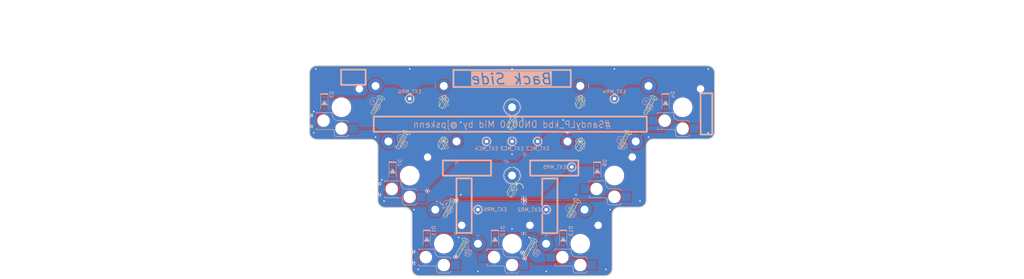
<source format=kicad_pcb>
(kicad_pcb (version 20240108) (generator "pcbnew") (generator_version "8.0")
  (title_block (title "Sandy") (date "2023-01-06") (rev "v.0") (company "@jpskenn"))
  (layers (0 "F.Cu" signal) (31 "B.Cu" signal) (34 "B.Paste" user) (35 "F.Paste" user) (36 "B.SilkS" user "B.Silkscreen") (37 "F.SilkS" user "F.Silkscreen") (38 "B.Mask" user) (39 "F.Mask" user) (44 "Edge.Cuts" user))
  (net 0 "")
  (net 1 "Net-(D3-A)")
  (net 2 "Net-(D4-A)")
  (net 3 "Mid_row1")
  (net 4 "Mid_row6")
  (net 5 "Mid_row2")
  (net 6 "Mid_row4")
  (net 7 "Mid_col2")
  (net 8 "Mid_col3")
  (net 9 "Mid_col4")
  (net 10 "Net-(D7-A)")
  (net 11 "Net-(D9-A)")
  (net 12 "Net-(D11-A)")
  (net 13 "Net-(D12-A)")
  (net 14 "Net-(D13-A)")
  (net 15 "Mid_row0")
  (net 16 "Mid_row5")
  (net 17 "GND")
  (footprint "locallib:ICON_Spacer" (layer "F.Cu") (at 144.658435 62.25028)
    (property "Reference" "REF**")
    (property "Value" "ICON_Spacer")
  )
  (footprint "locallib:MountingHole_1.8-2.2mm_M2_Pad_minimal" (layer "F.Cu") (at 202.033435 43.672155)
    (property "Reference" "H2" (hide yes))
    (property "Value" "MountingHole")
    (pad "1" thru_hole circle (at 0 0) (size 3.6 3.6) (drill 2.2) (layers "*.Cu" "*.Mask") (net 6 "Mid_row4"))
    (pad "1" smd circle (at 0 0) (size 4.4 4.4) (layers "B.Cu" "B.Mask") (net 6 "Mid_row4"))
  )
  (footprint "locallib:ICON_Screw_Long_Medium" (layer "F.Cu") (at 149.409345 92.387032)
    (property "Reference" "REF**")
    (property "Value" "ICON_Screw_Long_Medium")
  )
  (footprint "locallib:MountingHole_1.8-2.2mm_M2_Pad_minimal" (layer "F.Cu") (at 198.46156 59.15028)
    (property "Reference" "H4" (hide yes))
    (property "Value" "MountingHole")
    (pad "1" thru_hole circle (at 0 0) (size 3.6 3.6) (drill 2.2) (layers "*.Cu" "*.Mask") (net 17 "GND"))
    (pad "1" smd circle (at 0 0) (size 4.4 4.4) (layers "B.Cu" "B.Mask") (net 17 "GND"))
  )
  (footprint "locallib:ICON_Spacer" (layer "F.Cu") (at 182.983435 62.722155)
    (property "Reference" "REF**")
    (property "Value" "ICON_Spacer")
  )
  (footprint "locallib:Kailh_socket_ChocV2_narrow_#2pad" (layer "F.Cu") (at 182.983435 87.72528)
    (property "Reference" "SW_R4CNT_R1")
    (property "Value" "SW_Push")
    (pad "" np_thru_hole circle (at -5 3.75) (size 3 3) (drill 3) (layers "*.Cu" "*.Mask"))
    (pad "" np_thru_hole circle (at 0 0) (size 5 5) (drill 5) (layers "*.Cu" "*.Mask"))
    (pad "" np_thru_hole circle (at 0 5.95) (size 3 3) (drill 3) (layers "*.Cu" "*.Mask"))
    (pad "" np_thru_hole circle (at 5 -5.15) (size 1.6 1.6) (drill 1.6) (layers "F&B.Cu" "*.Mask"))
    (pad "1" smd rect (at 3.275 5.95) (size 2.6 2.6) (layers "B.Cu" "B.Paste" "B.Mask") (net 9 "Mid_col4"))
    (pad "2" smd rect (at -8.275 3.85) (size 2.6 2.4) (layers "B.Cu" "B.Paste" "B.Mask") (net 14 "Net-(D13-A)"))
  )
  (footprint "locallib:MountingHole_1.8-2.2mm_M2_Pad_minimal" (layer "F.Cu") (at 184.17406 78.20028)
    (property "Reference" "H6" (hide yes))
    (property "Value" "MountingHole")
    (pad "1" thru_hole circle (at 0 0) (size 3.6 3.6) (drill 2.2) (layers "*.Cu" "*.Mask") (net 3 "Mid_row1"))
    (pad "1" smd circle (at 0 0) (size 4.4 4.4) (layers "B.Cu" "B.Mask") (net 3 "Mid_row1"))
  )
  (footprint "locallib:SandyLP_outline_Mid" (layer "F.Cu") (at 163.933435 59.15028)
    (property "Reference" "Cutout1" (hide yes))
    (property "Value" "60_Outline" (hide yes))
    (fp_line (start -56.535 -2.55004) (end -56.535 -19.13129) (stroke (width 0.3)) (layer "Edge.Cuts"))
    (fp_line (start -54.535 -0.55004) (end -39.475 -0.55004) (stroke (width 0.3)) (layer "Edge.Cuts"))
    (fp_line (start -37.475 16.44996) (end -37.475 1.44996) (stroke (width 0.3)) (layer "Edge.Cuts"))
    (fp_line (start -35.475 18.44996) (end -29.95 18.44996) (stroke (width 0.3)) (layer "Edge.Cuts"))
    (fp_line (start -27.95 35.52496) (end -27.95 20.44996) (stroke (width 0.3)) (layer "Edge.Cuts"))
    (fp_line (start -25.95 37.52496) (end 25.975 37.520746) (stroke (width 0.3)) (layer "Edge.Cuts"))
    (fp_line (start 27.975 35.520746) (end 27.975 20.389174) (stroke (width 0.3)) (layer "Edge.Cuts"))
    (fp_line (start 29.975 18.389174) (end 35.475 18.379174) (stroke (width 0.3)) (layer "Edge.Cuts"))
    (fp_line (start 37.475 16.379174) (end 37.475 1.371532) (stroke (width 0.3)) (layer "Edge.Cuts"))
    (fp_line (start 39.475 -0.628468) (end 54.555 -0.638468) (stroke (width 0.3)) (layer "Edge.Cuts"))
    (fp_line (start 54.555 -21.13129) (end -54.535 -21.13129) (stroke (width 0.3)) (layer "Edge.Cuts"))
    (fp_line (start 56.555 -2.638468) (end 56.555 -19.13129) (stroke (width 0.3)) (layer "Edge.Cuts"))
    (fp_arc (start -56.535 -19.13129) (mid -55.949214 -20.545504) (end -54.535 -21.13129) (stroke (width 0.3)) (layer "Edge.Cuts"))
    (fp_arc (start -54.535 -0.55004) (mid -55.949214 -1.135826) (end -56.535 -2.55004) (stroke (width 0.3)) (layer "Edge.Cuts"))
    (fp_arc (start -39.475 -0.55004) (mid -38.060786 0.035746) (end -37.475 1.44996) (stroke (width 0.3)) (layer "Edge.Cuts"))
    (fp_arc (start -35.475 18.44996) (mid -36.889214 17.864174) (end -37.475 16.44996) (stroke (width 0.3)) (layer "Edge.Cuts"))
    (fp_arc (start -29.95 18.44996) (mid -28.535786 19.035746) (end -27.95 20.44996) (stroke (width 0.3)) (layer "Edge.Cuts"))
    (fp_arc (start -25.95 37.52496) (mid -27.364214 36.939174) (end -27.95 35.52496) (stroke (width 0.3)) (layer "Edge.Cuts"))
    (fp_arc (start 27.975 20.389174) (mid 28.560766 18.974948) (end 29.975 18.389174) (stroke (width 0.3)) (layer "Edge.Cuts"))
    (fp_arc (start 27.975 35.520746) (mid 27.389211 36.934956) (end 25.975 37.520746) (stroke (width 0.3)) (layer "Edge.Cuts"))
    (fp_arc (start 37.475 1.371532) (mid 38.060786 -0.042683) (end 39.475 -0.628468) (stroke (width 0.3)) (layer "Edge.Cuts"))
    (fp_arc (start 37.475 16.379174) (mid 36.889193 17.793375) (end 35.475 18.379174) (stroke (width 0.3)) (layer "Edge.Cuts"))
    (fp_arc (start 54.555 -21.13129) (mid 55.96921 -20.545503) (end 56.555 -19.13129) (stroke (width 0.3)) (layer "Edge.Cuts"))
    (fp_arc (start 56.555 -2.638468) (mid 55.969219 -1.22425) (end 54.555 -0.638468) (stroke (width 0.3)) (layer "Edge.Cuts"))
  )
  (footprint "locallib:Kailh_socket_ChocV2" (layer "F.Cu") (at 211.558435 49.62528)
    (property "Reference" "SW_U1")
    (property "Value" "SW_Push")
    (pad "" np_thru_hole circle (at -5 3.75) (size 3 3) (drill 3) (layers "*.Cu" "*.Mask"))
    (pad "" np_thru_hole circle (at 0 0) (size 5 5) (drill 5) (layers "*.Cu" "*.Mask"))
    (pad "" np_thru_hole circle (at 0 5.95) (size 3 3) (drill 3) (layers "*.Cu" "*.Mask"))
    (pad "" np_thru_hole circle (at 5 -5.15) (size 1.6 1.6) (drill 1.6) (layers "F&B.Cu" "*.Mask"))
    (pad "1" smd rect (at 3.275 5.95) (size 2.6 2.6) (layers "B.Cu" "B.Paste" "B.Mask") (net 7 "Mid_col2"))
    (pad "2" smd rect (at -8.275 3.75) (size 2.6 2.6) (layers "B.Cu" "B.Paste" "B.Mask") (net 2 "Net-(D4-A)"))
  )
  (footprint "locallib:Kailh_socket_ChocV2_small_#2pad" (layer "F.Cu") (at 135.358435 68.70032)
    (property "Reference" "SW_G1")
    (property "Value" "SW_Push")
    (pad "" np_thru_hole circle (at -5 3.75) (size 3 3) (drill 3) (layers "*.Cu" "*.Mask"))
    (pad "" np_thru_hole circle (at 0 0) (size 5 5) (drill 5) (layers "*.Cu" "*.Mask"))
    (pad "" np_thru_hole circle (at 0 5.95) (size 3 3) (drill 3) (layers "*.Cu" "*.Mask"))
    (pad "" np_thru_hole circle (at 5 -5.15) (size 1.6 1.6) (drill 1.6) (layers "F&B.Cu" "*.Mask"))
    (pad "1" smd rect (at 3.275 5.95) (size 2.6 2.6) (layers "B.Cu" "B.Paste" "B.Mask") (net 7 "Mid_col2"))
    (pad "2" thru_hole circle (at -8.2 2.4) (size 0.8 0.8) (drill 0.4) (layers "*.Cu" "*.Mask") (net 10 "Net-(D7-A)"))
    (pad "2" thru_hole circle (at -8.2 5.2) (size 0.8 0.8) (drill 0.4) (layers "*.Cu" "*.Mask") (net 10 "Net-(D7-A)"))
    (pad "2" smd rect (at -7.7875 3.8) (size 1.625 3.6) (layers "B.Cu" "B.Paste" "B.Mask") (net 10 "Net-(D7-A)"))
  )
  (footprint "locallib:ICON_Spacer" (layer "F.Cu") (at 163.933435 56.76903)
    (property "Reference" "REF**")
    (property "Value" "ICON_Spacer")
  )
  (footprint "locallib:Kailh_socket_ChocV2" (layer "F.Cu") (at 192.508435 68.67528)
    (property "Reference" "SW_H1")
    (property "Value" "SW_Push")
    (pad "" np_thru_hole circle (at -5 3.75) (size 3 3) (drill 3) (layers "*.Cu" "*.Mask"))
    (pad "" np_thru_hole circle (at 0 0) (size 5 5) (drill 5) (layers "*.Cu" "*.Mask"))
    (pad "" np_thru_hole circle (at 0 5.95) (size 3 3) (drill 3) (layers "*.Cu" "*.Mask"))
    (pad "" np_thru_hole circle (at 5 -5.15) (size 1.6 1.6) (drill 1.6) (layers "F&B.Cu" "*.Mask"))
    (pad "1" smd rect (at 3.275 5.95) (size 2.6 2.6) (layers "B.Cu" "B.Paste" "B.Mask") (net 8 "Mid_col3"))
    (pad "2" smd rect (at -8.275 3.75) (size 2.6 2.6) (layers "B.Cu" "B.Paste" "B.Mask") (net 11 "Net-(D9-A)"))
  )
  (footprint "locallib:MountingHole_1.8-2.2mm_M2_Pad_minimal" (layer "F.Cu") (at 154.408435 87.72528)
    (property "Reference" "H7" (hide yes))
    (property "Value" "MountingHole")
    (pad "1" thru_hole circle (at 0 0) (size 3.6 3.6) (drill 2.2) (layers "*.Cu" "*.Mask") (net 4 "Mid_row6"))
    (pad "1" smd circle (at 0 0) (size 4.4 4.4) (layers "B.Cu" "B.Mask") (net 4 "Mid_row6"))
  )
  (footprint "locallib:MountingHole_1.8-2.2mm_M2_Pad_minimal" (layer "F.Cu") (at 142.502185 78.20028)
    (property "Reference" "H5" (hide yes))
    (property "Value" "MountingHole")
    (pad "1" thru_hole circle (at 0 0) (size 3.6 3.6) (drill 2.2) (layers "*.Cu" "*.Mask") (net 16 "Mid_row5"))
    (pad "1" smd circle (at 0 0) (size 4.4 4.4) (layers "B.Cu" "B.Mask") (net 16 "Mid_row5"))
  )
  (footprint "locallib:ICON_Spacer" (layer "F.Cu") (at 163.975682 75.549535)
    (property "Reference" "REF**")
    (property "Value" "ICON_Spacer")
  )
  (footprint "locallib:MountingHole_1.8-2.2mm_M2_Pad_minimal" (layer "F.Cu") (at 173.458435 87.72528)
    (property "Reference" "H8" (hide yes))
    (property "Value" "MountingHole")
    (pad "1" thru_hole circle (at 0 0) (size 3.6 3.6) (drill 2.2) (layers "*.Cu" "*.Mask") (net 5 "Mid_row2"))
    (pad "1" smd circle (at 0 0) (size 4.4 4.4) (layers "B.Cu" "B.Mask") (net 5 "Mid_row2"))
  )
  (footprint "locallib:ICON_Spacer" (layer "F.Cu") (at 144.883435 50.815905)
    (property "Reference" "REF**")
    (property "Value" "ICON_Spacer")
  )
  (footprint "locallib:ICON_Screw_Long_Medium" (layer "F.Cu") (at 132.889876 62.320389)
    (property "Reference" "REF**")
    (property "Value" "ICON_Screw_Long_Medium")
  )
  (footprint "locallib:Kailh_socket_ChocV2_small_#2pad" (layer "F.Cu") (at 116.308435 49.62528)
    (property "Reference" "SW_R1")
    (property "Value" "SW_Push")
    (pad "" np_thru_hole circle (at -5 3.75) (size 3 3) (drill 3) (layers "*.Cu" "*.Mask"))
    (pad "" np_thru_hole circle (at 0 0) (size 5 5) (drill 5) (layers "*.Cu" "*.Mask"))
    (pad "" np_thru_hole circle (at 0 5.95) (size 3 3) (drill 3) (layers "*.Cu" "*.Mask"))
    (pad "" np_thru_hole circle (at 5 -5.15) (size 1.6 1.6) (drill 1.6) (layers "F&B.Cu" "*.Mask"))
    (pad "1" smd rect (at 3.275 5.95) (size 2.6 2.6) (layers "B.Cu" "B.Paste" "B.Mask") (net 7 "Mid_col2"))
    (pad "2" thru_hole circle (at -8.2 2.4) (size 0.8 0.8) (drill 0.4) (layers "*.Cu" "*.Mask") (net 1 "Net-(D3-A)"))
    (pad "2" thru_hole circle (at -8.2 5.2) (size 0.8 0.8) (drill 0.4) (layers "*.Cu" "*.Mask") (net 1 "Net-(D3-A)"))
    (pad "2" smd rect (at -7.7875 3.8) (size 1.625 3.6) (layers "B.Cu" "B.Paste" "B.Mask") (net 1 "Net-(D3-A)"))
  )
  (footprint "locallib:ICON_Screw_Long_Medium" (layer "F.Cu") (at 168.409345 92.387032)
    (property "Reference" "REF**")
    (property "Value" "ICON_Screw_Long_Medium")
  )
  (footprint "locallib:ICON_Spacer" (layer "F.Cu") (at 182.983435 50.815905)
    (property "Reference" "REF**")
    (property "Value" "ICON_Spacer")
  )
  (footprint "locallib:ICON_arrow_round_small" (layer "F.Cu") (at 166.258435 52.25028)
    (property "Reference" "REF**" (hide yes))
    (property "Value" "ICON_arrow_round_small")
  )
  (footprint "locallib:MountingHole_1.8-2.2mm_M2_Pad_minimal" (layer "F.Cu") (at 125.833435 43.672155 180)
    (property "Reference" "H1" (hide yes))
    (property "Value" "MountingHole")
    (pad "1" thru_hole circle (at 0 0 180) (size 3.6 3.6) (drill 2.2) (layers "*.Cu" "*.Mask") (net 15 "Mid_row0"))
    (pad "1" smd circle (at 0 0 180) (size 4.4 4.4) (layers "B.Cu" "B.Mask") (net 15 "Mid_row0"))
  )
  (footprint "locallib:MountingHole_1.8-2.2mm_M2_Pad_minimal" (layer "F.Cu") (at 129.40531 59.15028)
    (property "Reference" "H3" (hide yes))
    (property "Value" "MountingHole")
    (pad "1" thru_hole circle (at 0 0) (size 3.6 3.6) (drill 2.2) (layers "*.Cu" "*.Mask") (net 7 "Mid_col2"))
    (pad "1" smd circle (at 0 0) (size 4.4 4.4) (layers "B.Cu" "B.Mask") (net 7 "Mid_col2"))
  )
  (footprint "locallib:ICON_Screw_Long_Medium" (layer "F.Cu") (at 125.833435 52.651574)
    (property "Reference" "REF**")
    (property "Value" "ICON_Screw_Long_Medium")
  )
  (footprint "locallib:Kailh_socket_ChocV2_small_#2pad" (layer "F.Cu") (at 144.883435 87.72528)
    (property "Reference" "SW_R4CNT_L1")
    (property "Value" "SW_Push")
    (pad "" np_thru_hole circle (at -5 3.75) (size 3 3) (drill 3) (layers "*.Cu" "*.Mask"))
    (pad "" np_thru_hole circle (at 0 0) (size 5 5) (drill 5) (layers "*.Cu" "*.Mask"))
    (pad "" np_thru_hole circle (at 0 5.95) (size 3 3) (drill 3) (layers "*.Cu" "*.Mask"))
    (pad "" np_thru_hole circle (at 5 -5.15) (size 1.6 1.6) (drill 1.6) (layers "F&B.Cu" "*.Mask"))
    (pad "1" smd rect (at 3.275 5.95) (size 2.6 2.6) (layers "B.Cu" "B.Paste" "B.Mask") (net 7 "Mid_col2"))
    (pad "2" thru_hole circle (at -8.2 2.4) (size 0.8 0.8) (drill 0.4) (layers "*.Cu" "*.Mask") (net 12 "Net-(D11-A)"))
    (pad "2" thru_hole circle (at -8.2 5.2) (size 0.8 0.8) (drill 0.4) (layers "*.Cu" "*.Mask") (net 12 "Net-(D11-A)"))
    (pad "2" smd rect (at -7.7875 3.8) (size 1.625 3.6) (layers "B.Cu" "B.Paste" "B.Mask") (net 12 "Net-(D11-A)"))
  )
  (footprint "locallib:Kailh_socket_ChocV2_narrow_#2pad" (layer "F.Cu") (at 163.933435 87.72528)
    (property "Reference" "SW_R4CNT_C1")
    (property "Value" "SW_Push")
    (pad "" np_thru_hole circle (at -5 3.75) (size 3 3) (drill 3) (layers "*.Cu" "*.Mask"))
    (pad "" np_thru_hole circle (at 0 0) (size 5 5) (drill 5) (layers "*.Cu" "*.Mask"))
    (pad "" np_thru_hole circle (at 0 5.95) (size 3 3) (drill 3) (layers "*.Cu" "*.Mask"))
    (pad "" np_thru_hole circle (at 5 -5.15) (size 1.6 1.6) (drill 1.6) (layers "F&B.Cu" "*.Mask"))
    (pad "1" smd rect (at 3.275 5.95) (size 2.6 2.6) (layers "B.Cu" "B.Paste" "B.Mask") (net 8 "Mid_col3"))
    (pad "2" smd rect (at -8.275 3.85) (size 2.6 2.4) (layers "B.Cu" "B.Paste" "B.Mask") (net 13 "Net-(D12-A)"))
  )
  (footprint "locallib:ICON_Screw_Long_Medium" (layer "F.Cu") (at 201.946126 52.651574)
    (property "Reference" "REF**")
    (property "Value" "ICON_Screw_Long_Medium")
  )
  (footprint "locallib:ICON_arrow_round_small" (layer "F.Cu") (at 166.314685 71.05653)
    (property "Reference" "REF**" (hide yes))
    (property "Value" "ICON_arrow_round_small")
  )
  (footprint "locallib:ICON_Screw_Long_Medium" (layer "F.Cu") (at 145.986751 81.370389)
    (property "Reference" "REF**")
    (property "Value" "ICON_Screw_Long_Medium")
  )
  (footprint "locallib:ICON_Screw_Long_Medium" (layer "F.Cu") (at 194.802376 62.320389)
    (property "Reference" "REF**")
    (property "Value" "ICON_Screw_Long_Medium")
  )
  (footprint "locallib:ICON_Screw_Long_Medium" (layer "F.Cu") (at 180.514876 81.370389)
    (property "Reference" "REF**")
    (property "Value" "ICON_Screw_Long_Medium")
  )
  (footprint "locallib:ICON_Screw_Medium" (layer "B.Cu") (at 144.883435 62.320389 180)
    (property "Reference" "REF**")
    (property "Value" "ICON_Screw_Medium")
  )
  (footprint "locallib:ICON_Nut & Washer" (layer "B.Cu") (at 133.428777 56.607275)
    (property "Reference" "REF**")
    (property "Value" "ICON_Nut & Washer")
  )
  (footprint "locallib:MountingHole_1.8-2.2mm_M2_Pad_minimal" (layer "B.Cu") (at 148.45531 59.15028 180)
    (property "Reference" "H_top_4" (hide yes))
    (property "Value" "MountingHole")
    (pad "1" thru_hole circle (at 0 0 180) (size 3.6 3.6) (drill 2.2) (layers "*.Cu" "*.Mask") (net 3 "Mid_row1"))
    (pad "1" smd circle (at 0 0 180) (size 4.4 4.4) (layers "F.Cu" "F.Mask") (net 3 "Mid_row1"))
  )
  (footprint "locallib:MountingHole_2.2mm_M2_Pad_minimal" (layer "B.Cu") (at 163.933435 49.62528)
    (property "Reference" "H_top_2" (hide yes))
    (property "Value" "MountingHole")
    (pad "1" thru_hole circle (at 0 0) (size 4.4 4.4) (drill 2.2) (layers "*.Cu" "*.Mask") (net 8 "Mid_col3"))
  )
  (footprint "locallib:D_SOD-123_Emphasized_Direction_Line" (layer "B.Cu") (at 206.795935 48.434655 -90)
    (property "Reference" "D4" (at -2.38125 -2.040625 90) (layer "B.SilkS") (effects (justify mirror)))
    (property "Value" "D")
    (pad "1" smd rect (at -1.65 0 270) (size 0.9 1.2) (layers "B.Cu" "B.Paste" "B.Mask") (net 6 "Mid_row4"))
    (pad "2" smd rect (at 1.65 0 270) (size 0.9 1.2) (layers "B.Cu" "B.Paste" "B.Mask") (net 2 "Net-(D4-A)"))
  )
  (footprint "locallib:ICON_Nut & Washer" (layer "B.Cu") (at 146.181902 74.8979)
    (property "Reference" "REF**")
    (property "Value" "ICON_Nut & Washer")
  )
  (footprint "locallib:D_SOD-123_Emphasized_Direction_Line" (layer "B.Cu") (at 178.220935 86.534655 -90)
    (property "Reference" "D13" (at -2.38125 -2.140625 90) (layer "B.SilkS") (effects (justify mirror)))
    (property "Value" "D")
    (pad "1" smd rect (at -1.65 0 270) (size 0.9 1.2) (layers "B.Cu" "B.Paste" "B.Mask") (net 5 "Mid_row2"))
    (pad "2" smd rect (at 1.65 0 270) (size 0.9 1.2) (layers "B.Cu" "B.Paste" "B.Mask") (net 14 "Net-(D13-A)"))
  )
  (footprint "locallib:MountingHole_2.2mm_M2_Pad_minimal" (layer "B.Cu") (at 163.933435 68.67528 180)
    (property "Reference" "H_top_6" (hide yes))
    (property "Value" "MountingHole")
    (pad "1" thru_hole circle (at 0 0 180) (size 4.4 4.4) (drill 2.2) (layers "*.Cu" "*.Mask") (net 9 "Mid_col4"))
  )
  (footprint "locallib:D_SOD-123_Emphasized_Direction_Line" (layer "B.Cu") (at 159.170935 86.534655 -90)
    (property "Reference" "D12" (at -2.38125 -2.140625 90) (layer "B.SilkS") (effects (justify mirror)))
    (property "Value" "D")
    (pad "1" smd rect (at -1.65 0 270) (size 0.9 1.2) (layers "B.Cu" "B.Paste" "B.Mask") (net 5 "Mid_row2"))
    (pad "2" smd rect (at 1.65 0 270) (size 0.9 1.2) (layers "B.Cu" "B.Paste" "B.Mask") (net 13 "Net-(D12-A)"))
  )
  (footprint "locallib:D_SOD-123_Emphasized_Direction_Line" (layer "B.Cu") (at 111.545935 48.434655 -90)
    (property "Reference" "D3" (at -2.38125 -2.040625 90) (layer "B.SilkS") (effects (justify mirror)))
    (property "Value" "D")
    (pad "1" smd rect (at -1.65 0 270) (size 0.9 1.2) (layers "B.Cu" "B.Paste" "B.Mask") (net 15 "Mid_row0"))
    (pad "2" smd rect (at 1.65 0 270) (size 0.9 1.2) (layers "B.Cu" "B.Paste" "B.Mask") (net 1 "Net-(D3-A)"))
  )
  (footprint "locallib:TestPoint_THTPad_D2.0mm_Drill1.0mm" (layer "B.Cu") (at 154.408435 78.20028)
    (property "Reference" "EXT_MR6" (at 4.8125 -0.08125 0) (layer "B.SilkS") (effects (justify mirror)))
    (property "Value" "Conn_01x01")
    (pad "1" thru_hole circle (at 0 0) (size 2 2) (drill 1) (layers "*.Cu" "*.Mask") (net 4 "Mid_row6"))
  )
  (footprint "locallib:D_SOD-123_Emphasized_Direction_Line" (layer "B.Cu") (at 130.595935 67.484655 -90)
    (property "Reference" "D7" (at -2.38125 -2.090625 90) (layer "B.SilkS") (effects (justify mirror)))
    (property "Value" "D")
    (pad "1" smd rect (at -1.65 0 270) (size 0.9 1.2) (layers "B.Cu" "B.Paste" "B.Mask") (net 16 "Mid_row5"))
    (pad "2" smd rect (at 1.65 0 270) (size 0.9 1.2) (layers "B.Cu" "B.Paste" "B.Mask") (net 10 "Net-(D7-A)"))
  )
  (footprint "locallib:D_SOD-123_Emphasized_Direction_Line" (layer "B.Cu") (at 140.120935 86.534655 -90)
    (property "Reference" "D11" (at -2.38125 -1.95 90) (layer "B.SilkS") (effects (justify mirror)))
    (property "Value" "D")
    (pad "1" smd rect (at -1.65 0 270) (size 0.9 1.2) (layers "B.Cu" "B.Paste" "B.Mask") (net 4 "Mid_row6"))
    (pad "2" smd rect (at 1.65 0 270) (size 0.9 1.2) (layers "B.Cu" "B.Paste" "B.Mask") (net 12 "Net-(D11-A)"))
  )
  (footprint "locallib:ICON_Nut & Washer" (layer "B.Cu") (at 194.781843 57.038525)
    (property "Reference" "REF**")
    (property "Value" "ICON_Nut & Washer")
  )
  (footprint "locallib:ICON_Nut & Washer" (layer "B.Cu") (at 201.925593 46.3229)
    (property "Reference" "REF**")
    (property "Value" "ICON_Nut & Washer")
  )
  (footprint "locallib:ICON_Nut & Washer" (layer "B.Cu") (at 151.378777 86.907275)
    (property "Reference" "REF**")
    (property "Value" "ICON_Nut & Washer")
  )
  (footprint "locallib:ICON_Screw_Medium" (layer "B.Cu") (at 183.070744 62.320389 180)
    (property "Reference" "REF**")
    (property "Value" "ICON_Screw_Medium")
  )
  (footprint "locallib:ICON_Screw_Medium" (layer "B.Cu") (at 144.970744 50.414139 180)
    (property "Reference" "REF**")
    (property "Value" "ICON_Screw_Medium")
  )
  (footprint "locallib:TestPoint_THTPad_D2.0mm_Drill1.0mm" (layer "B.Cu") (at 171.077185 59.15028)
    (property "Reference" "EXT_MC2" (at 0 1.998 0) (layer "B.SilkS") (effects (justify mirror)))
    (property "Value" "Conn_01x01")
    (pad "1" thru_hole circle (at 0 0) (size 2 2) (drill 1) (layers "*.Cu" "*.Mask") (net 7 "Mid_col2"))
  )
  (footprint "locallib:MountingHole_1.8-2.2mm_M2_Pad_minimal" (layer "B.Cu") (at 144.883435 43.672155)
    (property "Reference" "H_top_1" (hide yes))
    (property "Value" "MountingHole")
    (pad "1" thru_hole circle (at 0 0) (size 3.6 3.6) (drill 2.2) (layers "*.Cu" "*.Mask") (net 15 "Mid_row0"))
    (pad "1" smd circle (at 0 0) (size 4.4 4.4) (layers "F.Cu" "F.Mask") (net 15 "Mid_row0"))
  )
  (footprint "locallib:TestPoint_THTPad_D2.0mm_Drill1.0mm" (layer "B.Cu") (at 180.602185 66.29403)
    (property "Reference" "EXT_MR5" (at -4.78125 0.025 0) (layer "B.SilkS") (effects (justify mirror)))
    (property "Value" "Conn_01x01")
    (pad "1" thru_hole circle (at 0 0) (size 2 2) (drill 1) (layers "*.Cu" "*.Mask") (net 16 "Mid_row5"))
  )
  (footprint "locallib:ICON_Nut & Washer" (layer "B.Cu") (at 170.378777 86.907275)
    (property "Reference" "REF**")
    (property "Value" "ICON_Nut & Washer")
  )
  (footprint "locallib:TestPoint_THTPad_D2.0mm_Drill1.0mm" (layer "B.Cu") (at 156.789685 59.15028)
    (property "Reference" "EXT_MC4" (at 0 1.998 0) (layer "B.SilkS") (effects (justify mirror)))
    (property "Value" "Conn_01x01")
    (pad "1" thru_hole circle (at 0 0) (size 2 2) (drill 1) (layers "*.Cu" "*.Mask") (net 9 "Mid_col4"))
  )
  (footprint "locallib:MountingHole_1.8-2.2mm_M2_Pad_minimal" (layer "B.Cu") (at 182.983435 43.672155 180)
    (property "Reference" "H_top_3" (hide yes))
    (property "Value" "MountingHole")
    (pad "1" thru_hole circle (at 0 0 180) (size 3.6 3.6) (drill 2.2) (layers "*.Cu" "*.Mask") (net 6 "Mid_row4"))
    (pad "1" smd circle (at 0 0 180) (size 4.4 4.4) (layers "F.Cu" "F.Mask") (net 6 "Mid_row4"))
  )
  (footprint "locallib:ICON_Nut & Washer" (layer "B.Cu") (at 180.514876 76.088525)
    (property "Reference" "REF**")
    (property "Value" "ICON_Nut & Washer")
  )
  (footprint "locallib:MountingHole_1.8-2.2mm_M2_Pad_minimal" (layer "B.Cu") (at 179.41156 59.15028 180)
    (property "Reference" "H_top_5" (hide yes))
    (property "Value" "MountingHole")
    (pad "1" thru_hole circle (at 0 0 180) (size 3.6 3.6) (drill 2.2) (layers "*.Cu" "*.Mask") (net 17 "GND"))
    (pad "1" smd circle (at 0 0 180) (size 4.4 4.4) (layers "F.Cu" "F.Mask") (net 17 "GND"))
  )
  (footprint "locallib:TestPoint_THTPad_D2.0mm_Drill1.0mm" (layer "B.Cu") (at 135.358435 47.24403 180)
    (property "Reference" "EXT_MR0" (at 0 1.998 0) (layer "B.SilkS") (effects (justify mirror)))
    (property "Value" "Conn_01x01")
    (pad "1" thru_hole circle (at 0 0 180) (size 2 2) (drill 1) (layers "*.Cu" "*.Mask") (net 15 "Mid_row0"))
  )
  (footprint "locallib:TestPoint_THTPad_D2.0mm_Drill1.0mm" (layer "B.Cu") (at 173.458435 78.20028)
    (property "Reference" "EXT_MR2" (at -4.7375 0.01875 0) (layer "B.SilkS") (effects (justify mirror)))
    (property "Value" "Conn_01x01")
    (pad "1" thru_hole circle (at 0 0) (size 2 2) (drill 1) (layers "*.Cu" "*.Mask") (net 5 "Mid_row2"))
  )
  (footprint "locallib:ICON_Screw_Medium" (layer "B.Cu") (at 183.070744 50.414139 180)
    (property "Reference" "REF**")
    (property "Value" "ICON_Screw_Medium")
  )
  (footprint "locallib:ICON_Nut & Washer" (layer "B.Cu") (at 125.812902 46.3229)
    (property "Reference" "REF**")
    (property "Value" "ICON_Nut & Washer")
  )
  (footprint "locallib:D_SOD-123_Emphasized_Direction_Line" (layer "B.Cu") (at 187.745935 67.484655 -90)
    (property "Reference" "D9" (at -2.38125 -2.090625 90) (layer "B.SilkS") (effects (justify mirror)))
    (property "Value" "D")
    (pad "1" smd rect (at -1.65 0 270) (size 0.9 1.2) (layers "B.Cu" "B.Paste" "B.Mask") (net 16 "Mid_row5"))
    (pad "2" smd rect (at 1.65 0 270) (size 0.9 1.2) (layers "B.Cu" "B.Paste" "B.Mask") (net 11 "Net-(D9-A)"))
  )
  (footprint "locallib:TestPoint_THTPad_D2.0mm_Drill1.0mm" (layer "B.Cu") (at 163.933435 59.15028)
    (property "Reference" "EXT_MC3" (at 0 1.998 0) (layer "B.SilkS") (effects (justify mirror)))
    (property "Value" "Conn_01x01")
    (pad "1" thru_hole circle (at 0 0) (size 2 2) (drill 1) (layers "*.Cu" "*.Mask") (net 8 "Mid_col3"))
  )
  (footprint "locallib:TestPoint_THTPad_D2.0mm_Drill1.0mm" (layer "B.Cu") (at 192.508435 47.24403 180)
    (property "Reference" "EXT_MR4" (at 0 1.998 0) (layer "B.SilkS") (effects (justify mirror)))
    (property "Value" "Conn_01x01")
    (pad "1" thru_hole circle (at 0 0 180) (size 2 2) (drill 1) (layers "*.Cu" "*.Mask") (net 6 "Mid_row4"))
  )
  (gr_line (start 172.370935 69.51903) (end 172.320935 76.91903) (stroke (width 0.5)) (layer "B.SilkS"))
  (gr_rect (start 125.320935 52.21903) (end 201.570935 56.46903) (stroke (width 0.5)) (fill none) (layer "B.SilkS"))
  (gr_line (start 176.620935 69.51903) (end 172.370935 69.51903) (stroke (width 0.5)) (layer "B.SilkS"))
  (gr_rect (start 216.570935 45.71903) (end 219.820935 57.21903) (stroke (width 0.5)) (fill none) (layer "B.SilkS"))
  (gr_rect (start 168.995935 64.46903) (end 182.445935 68.71903) (stroke (width 0.5)) (fill none) (layer "B.SilkS"))
  (gr_line (start 176.620935 84.76903) (end 176.620935 69.51903) (stroke (width 0.5)) (layer "B.SilkS"))
  (gr_rect (start 144.620935 64.46903) (end 158.070935 68.71903) (stroke (width 0.5)) (fill none) (layer "B.SilkS"))
  (gr_line (start 172.370935 79.51903) (end 172.370935 84.76903) (stroke (width 0.5)) (layer "B.SilkS"))
  (gr_rect (start 116.220935 39.11903) (end 123.070935 43.36903) (stroke (width 0.5)) (fill none) (layer "B.SilkS"))
  (gr_line (start 172.370935 84.76903) (end 176.620935 84.76903) (stroke (width 0.5)) (layer "B.SilkS"))
  (gr_rect (start 148.420935 69.46903) (end 152.670935 84.71903) (stroke (width 0.5)) (fill none) (layer "B.SilkS"))
  (gr_rect (start 147.570935 39.21903) (end 180.320935 43.96903) (stroke (width 0.5)) (fill none) (layer "B.SilkS"))
  (gr_text "Back Side" (at 163.933435 41.71903 0) (layer "B.SilkS" knockout) (effects (font (size 3 3) (thickness 0.4) (italic yes)) (justify mirror)))
  (gr_text "#SandyLP_kbd DN0010 Mid by @jpskenn" (at 163.920935 54.41903 0) (layer "B.SilkS") (effects (font (size 1.8 1.8) (thickness 0.2)) (justify mirror)))
  (segment (start 108.520935 53.42528) (end 111.545935 50.40028) (width 0.25) (layer "B.Cu") (net 1))
  (segment (start 111.545935 50.40028) (end 111.545935 50.084655) (width 0.25) (layer "B.Cu") (net 1))
  (segment (start 206.57406 50.084655) (end 203.283435 53.37528) (width 0.25) (layer "B.Cu") (net 2))
  (segment (start 206.795935 50.084655) (end 206.57406 50.084655) (width 0.25) (layer "B.Cu") (net 2))
  (segment (start 148.45531 59.15028) (end 148.45531 75.65028) (width 0.25) (layer "F.Cu") (net 3))
  (via (at 148.45531 75.65028) (size 0.8) (drill 0.4) (layers "F.Cu" "B.Cu") (net 3))
  (segment (start 167.258435 76.45028) (end 166.458435 75.65028) (width 0.25) (layer "B.Cu") (net 3))
  (segment (start 184.17406 78.20028) (end 182.42406 76.45028) (width 0.25) (layer "B.Cu") (net 3))
  (segment (start 166.458435 75.65028) (end 148.45531 75.65028) (width 0.25) (layer "B.Cu") (net 3))
  (segment (start 182.42406 76.45028) (end 167.258435 76.45028) (width 0.25) (layer "B.Cu") (net 3))
  (segment (start 154.408435 78.20028) (end 154.408435 87.72528) (width 0.25) (layer "F.Cu") (net 4))
  (segment (start 140.120935 84.884655) (end 140.15531 84.85028) (width 0.25) (layer "B.Cu") (net 4))
  (segment (start 140.15531 84.85028) (end 151.533435 84.85028) (width 0.25) (layer "B.Cu") (net 4))
  (segment (start 151.533435 84.85028) (end 154.408435 87.72528) (width 0.25) (layer "B.Cu") (net 4))
  (segment (start 173.458435 78.20028) (end 173.458435 87.72528) (width 0.25) (layer "F.Cu") (net 5))
  (segment (start 176.29906 84.884655) (end 178.220935 84.884655) (width 0.25) (layer "B.Cu") (net 5))
  (segment (start 173.458435 87.72528) (end 176.29906 84.884655) (width 0.25) (layer "B.Cu") (net 5))
  (segment (start 173.458435 87.72528) (end 170.583435 84.85028) (width 0.25) (layer "B.Cu") (net 5))
  (segment (start 170.583435 84.85028) (end 159.20531 84.85028) (width 0.25) (layer "B.Cu") (net 5))
  (segment (start 159.20531 84.85028) (end 159.170935 84.884655) (width 0.25) (layer "B.Cu") (net 5))
  (segment (start 196.23656 43.672155) (end 202.033435 43.672155) (width 0.25) (layer "B.Cu") (net 6))
  (segment (start 206.795935 46.784655) (end 205.145935 46.784655) (width 0.25) (layer "B.Cu") (net 6))
  (segment (start 205.145935 46.784655) (end 202.033435 43.672155) (width 0.25) (layer "B.Cu") (net 6))
  (segment (start 192.508435 47.24403) (end 192.508435 47.10028) (width 0.25) (layer "B.Cu") (net 6))
  (segment (start 189.08031 43.672155) (end 182.983435 43.672155) (width 0.25) (layer "B.Cu") (net 6))
  (segment (start 192.508435 47.24403) (end 192.664685 47.24403) (width 0.25) (layer "B.Cu") (net 6))
  (segment (start 192.508435 47.10028) (end 189.08031 43.672155) (width 0.25) (layer "B.Cu") (net 6))
  (segment (start 192.664685 47.24403) (end 196.23656 43.672155) (width 0.25) (layer "B.Cu") (net 6))
  (segment (start 148.158435 91.45028) (end 148.158435 80.85028) (width 0.25) (layer "F.Cu") (net 7))
  (segment (start 148.158435 80.85028) (end 140.295955 72.9878) (width 0.25) (layer "F.Cu") (net 7))
  (segment (start 140.295955 69.571976) (end 129.874259 59.15028) (width 0.25) (layer "F.Cu") (net 7))
  (segment (start 129.874259 59.15028) (end 129.40531 59.15028) (width 0.25) (layer "F.Cu") (net 7))
  (segment (start 140.295955 72.9878) (end 140.295955 69.571976) (width 0.25) (layer "F.Cu") (net 7))
  (via (at 140.295955 72.9878) (size 0.8) (drill 0.4) (layers "F.Cu" "B.Cu") (net 7))
  (via (at 148.158435 91.45028) (size 0.8) (drill 0.4) (layers "F.Cu" "B.Cu") (net 7))
  (segment (start 214.833435 55.57528) (end 212.958435 53.70028) (width 0.25) (layer "B.Cu") (net 7))
  (segment (start 206.135085 56.45028) (end 173.777185 56.45028) (width 0.25) (layer "B.Cu") (net 7))
  (segment (start 119.583435 55.57528) (end 125.83031 55.57528) (width 0.25) (layer "B.Cu") (net 7))
  (segment (start 173.777185 56.45028) (end 171.077185 59.15028) (width 0.25) (layer "B.Cu") (net 7))
  (segment (start 125.83031 55.57528) (end 129.40531 59.15028) (width 0.25) (layer "B.Cu") (net 7))
  (segment (start 148.158435 93.67528) (end 148.158435 91.45028) (width 0.25) (layer "B.Cu") (net 7))
  (segment (start 138.633435 74.65032) (end 148.633475 64.65028) (width 0.25) (layer "B.Cu") (net 7))
  (segment (start 208.885085 53.70028) (end 206.135085 56.45028) (width 0.25) (layer "B.Cu") (net 7))
  (segment (start 148.633475 64.65028) (end 165.577185 64.65028) (width 0.25) (layer "B.Cu") (net 7))
  (segment (start 165.577185 64.65028) (end 171.077185 59.15028) (width 0.25) (layer "B.Cu") (net 7))
  (segment (start 212.958435 53.70028) (end 208.885085 53.70028) (width 0.25) (layer "B.Cu") (net 7))
  (segment (start 167.558435 62.77528) (end 167.558435 75.65028) (width 0.25) (layer "F.Cu") (net 8))
  (segment (start 167.558435 75.65028) (end 167.558435 91.75028) (width 0.25) (layer "F.Cu") (net 8))
  (segment (start 163.933435 59.15028) (end 167.558435 62.77528) (width 0.25) (layer "F.Cu") (net 8))
  (segment (start 167.558435 91.75028) (end 167.435427 91.873288) (width 0.25) (layer "F.Cu") (net 8))
  (segment (start 163.933435 49.62528) (end 163.933435 59.15028) (width 0.25) (layer "F.Cu") (net 8))
  (via (at 167.435427 91.873288) (size 0.8) (drill 0.4) (layers "F.Cu" "B.Cu") (net 8))
  (via (at 167.558435 75.65028) (size 0.8) (drill 0.4) (layers "F.Cu" "B.Cu") (net 8))
  (segment (start 191.731785 72.75028) (end 188.831785 75.65028) (width 0.25) (layer "B.Cu") (net 8))
  (segment (start 167.208435 93.67528) (end 167.208435 92.10028) (width 0.25) (layer "B.Cu") (net 8))
  (segment (start 195.433435 74.62528) (end 193.558435 72.75028) (width 0.25) (layer "B.Cu") (net 8))
  (segment (start 167.208435 92.10028) (end 167.435427 91.873288) (width 0.25) (layer "B.Cu") (net 8))
  (segment (start 188.831785 75.65028) (end 167.558435 75.65028) (width 0.25) (layer "B.Cu") (net 8))
  (segment (start 195.783435 74.62528) (end 195.433435 74.62528) (width 0.25) (layer "B.Cu") (net 8))
  (segment (start 193.558435 72.75028) (end 191.731785 72.75028) (width 0.25) (layer "B.Cu") (net 8))
  (segment (start 166.808433 71.550278) (end 166.808433 90.15028) (width 0.25) (layer "F.Cu") (net 9))
  (segment (start 163.933435 68.67528) (end 166.808433 71.550278) (width 0.25) (layer "F.Cu") (net 9))
  (segment (start 156.789685 59.15028) (end 163.933435 66.29403) (width 0.25) (layer "F.Cu") (net 9))
  (segment (start 163.933435 66.29403) (end 163.933435 68.67528) (width 0.25) (layer "F.Cu") (net 9))
  (via (at 166.808433 90.15028) (size 0.8) (drill 0.4) (layers "F.Cu" "B.Cu") (net 9))
  (segment (start 170.008435 93.35028) (end 166.808435 90.15028) (width 0.25) (layer "B.Cu") (net 9))
  (segment (start 186.258435 93.67528) (end 184.383435 91.80028) (width 0.25) (layer "B.Cu") (net 9))
  (segment (start 180.310085 91.80028) (end 178.760085 93.35028) (width 0.25) (layer "B.Cu") (net 9))
  (segment (start 166.808435 90.15028) (end 166.808433 90.15028) (width 0.25) (layer "B.Cu") (net 9))
  (segment (start 184.383435 91.80028) (end 180.310085 91.80028) (width 0.25) (layer "B.Cu") (net 9))
  (segment (start 178.760085 93.35028) (end 170.008435 93.35028) (width 0.25) (layer "B.Cu") (net 9))
  (segment (start 130.595935 69.134655) (end 130.595935 69.47532) (width 0.25) (layer "B.Cu") (net 10))
  (segment (start 130.595935 69.47532) (end 127.570935 72.50032) (width 0.25) (layer "B.Cu") (net 10))
  (segment (start 187.52406 69.134655) (end 184.233435 72.42528) (width 0.25) (layer "B.Cu") (net 11))
  (segment (start 187.745935 69.134655) (end 187.52406 69.134655) (width 0.25) (layer "B.Cu") (net 11))
  (segment (start 140.120935 88.50028) (end 137.095935 91.52528) (width 0.25) (layer "B.Cu") (net 12))
  (segment (start 140.120935 88.184655) (end 140.120935 88.50028) (width 0.25) (layer "B.Cu") (net 12))
  (segment (start 155.88031 91.47528) (end 155.658435 91.47528) (width 0.25) (layer "B.Cu") (net 13))
  (segment (start 159.170935 88.184655) (end 155.88031 91.47528) (width 0.25) (layer "B.Cu") (net 13))
  (segment (start 178.220935 88.184655) (end 177.99906 88.184655) (width 0.25) (layer "B.Cu") (net 14))
  (segment (start 177.99906 88.184655) (end 174.708435 91.47528) (width 0.25) (layer "B.Cu") (net 14))
  (segment (start 135.358435 47.24403) (end 138.93031 43.672155) (width 0.25) (layer "B.Cu") (net 15))
  (segment (start 115.117571 46.75028) (end 117.499299 46.75028) (width 0.25) (layer "B.Cu") (net 15))
  (segment (start 115.083196 46.784655) (end 115.117571 46.75028) (width 0.25) (layer "B.Cu") (net 15))
  (segment (start 125.833435 43.672155) (end 131.78656 43.672155) (width 0.25) (layer "B.Cu") (net 15))
  (segment (start 131.78656 43.672155) (end 135.358435 47.24403) (width 0.25) (layer "B.Cu") (net 15))
  (segment (start 111.545935 46.784655) (end 115.083196 46.784655) (width 0.25) (layer "B.Cu") (net 15))
  (segment (start 117.533674 46.784655) (end 122.720935 46.784655) (width 0.25) (layer "B.Cu") (net 15))
  (segment (start 122.720935 46.784655) (end 125.833435 43.672155) (width 0.25) (layer "B.Cu") (net 15))
  (segment (start 138.93031 43.672155) (end 144.883435 43.672155) (width 0.25) (layer "B.Cu") (net 15))
  (segment (start 117.499299 46.75028) (end 117.533674 46.784655) (width 0.25) (layer "B.Cu") (net 15))
  (segment (start 181.06156 65.834655) (end 180.602185 66.29403) (width 0.25) (layer "B.Cu") (net 16))
  (segment (start 132.483435 67.722155) (end 132.483435 74.42697) (width 0.25) (layer "B.Cu") (net 16))
  (segment (start 145.852185 74.85028) (end 172.045935 74.85028) (width 0.25) (layer "B.Cu") (net 16))
  (segment (start 172.045935 74.85028) (end 180.602185 66.29403) (width 0.25) (layer "B.Cu") (net 16))
  (segment (start 135.106745 77.05028) (end 141.352185 77.05028) (width 0.25) (layer "B.Cu") (net 16))
  (segment (start 187.745935 65.834655) (end 181.06156 65.834655) (width 0.25) (layer "B.Cu") (net 16))
  (segment (start 130.595935 65.834655) (end 132.483435 67.722155) (width 0.25) (layer "B.Cu") (net 16))
  (segment (start 141.352185 77.05028) (end 142.502185 78.20028) (width 0.25) (layer "B.Cu") (net 16))
  (segment (start 142.502185 78.20028) (end 145.852185 74.85028) (width 0.25) (layer "B.Cu") (net 16))
  (segment (start 132.483435 74.42697) (end 135.106745 77.05028) (width 0.25) (layer "B.Cu") (net 16))
  (via (at 127.61939 69.86593) (size 0.8) (drill 0.4) (layers "F.Cu" "B.Cu") (net 17))
  (via (at 163.933435 38.909655) (size 0.8) (drill 0.4) (layers "F.Cu" "B.Cu") (net 17))
  (via (at 173.458491 95.464389) (size 0.8) (drill 0.4) (layers "F.Cu" "B.Cu") (net 17))
  (via (at 137.739685 94.86903) (size 0.8) (drill 0.4) (layers "F.Cu" "B.Cu") (net 17))
  (via (at 218.702185 56.76903) (size 0.8) (drill 0.4) (layers "F.Cu" "B.Cu") (net 17))
  (via (at 163.933483 62.722174) (size 0.8) (drill 0.4) (layers "F.Cu" "B.Cu") (net 17))
  (via (at 218.702185 38.909655) (size 0.8) (drill 0.4) (layers "F.Cu" "B.Cu") (net 17))
  (via (at 163.933483 72.842495) (size 0.8) (drill 0.4) (layers "F.Cu" "B.Cu") (net 17))
  (via (at 181.792873 74.033121) (size 0.8) (drill 0.4) (layers "F.Cu" "B.Cu") (net 17))
  (via (at 190.127185 94.86903) (size 0.8) (drill 0.4) (layers "F.Cu" "B.Cu") (net 17))
  (via (at 125.833451 57.95967) (size 0.8) (drill 0.4) (layers "F.Cu" "B.Cu") (net 17))
  (via (at 154.408475 95.464389) (size 0.8) (drill 0.4) (layers "F.Cu" "B.Cu") (net 17))
  (via (at 109.164685 38.909655) (size 0.8) (drill 0.4) (layers "F.Cu" "B.Cu") (net 17))
  (via (at 135.358459 38.909654) (size 0.8) (drill 0.4) (layers "F.Cu" "B.Cu") (net 17))
  (via (at 149.645971 53.792479) (size 0.8) (drill 0.4) (layers "F.Cu" "B.Cu") (net 17))
  (via (at 182.983499 59.150296) (size 0.8) (drill 0.4) (layers "F.Cu" "B.Cu") (net 17))
  (via (at 108.569374 50.815914) (size 0.8) (drill 0.4) (layers "F.Cu" "B.Cu") (net 17))
  (via (at 191.31781 78.20028) (size 0.8) (drill 0.4) (layers "F.Cu" "B.Cu") (net 17))
  (via (at 149.645971 74.033121) (size 0.8) (drill 0.4) (layers "F.Cu" "B.Cu") (net 17))
  (via (at 202.033435 57.959655) (size 0.8) (drill 0.4) (layers "F.Cu" "B.Cu") (net 17))
  (via (at 144.883467 59.150296) (size 0.8) (drill 0.4) (layers "F.Cu" "B.Cu") (net 17))
  (via (at 128.214685 75.81903) (size 0.8) (drill 0.4) (layers "F.Cu" "B.Cu") (net 17))
  (via (at 192.508507 38.909654) (size 0.8) (drill 0.4) (layers "F.Cu" "B.Cu") (net 17))
  (via (at 178.220995 53.197166) (size 0.8) (drill 0.4) (layers "F.Cu" "B.Cu") (net 17))
  (via (at 136.54906 78.20028) (size 0.8) (drill 0.4) (layers "F.Cu" "B.Cu") (net 17))
  (via (at 108.569374 56.769044) (size 0.8) (drill 0.4) (layers "F.Cu" "B.Cu") (net 17))
  (via (at 199.652185 75.81903) (size 0.8) (drill 0.4) (layers "F.Cu" "B.Cu") (net 17))
  (via (at 163.933483 83.558129) (size 0.8) (drill 0.4) (layers "F.Cu" "B.Cu") (net 17))
  (via (at 149.050658 85.939381) (size 0.8) (drill 0.4) (layers "F.Cu" "B.Cu") (net 17))
  (via (at 168.695987 85.939381) (size 0.8) (drill 0.4) (layers "F.Cu" "B.Cu") (net 17))
  (zone (net 17) (net_name "GND") (layers "F&B.Cu") (connect_pads (clearance 0.2)) (min_thickness 0.3) (fill yes (thermal_gap 0.3) (thermal_bridge_width 0.5))
    (polygon (pts (xy 306.808435 97.25028) (xy 21.058435 97.25028) (xy 21.058435 21.05028) (xy 306.808435 21.05028)))
  )
)
</source>
